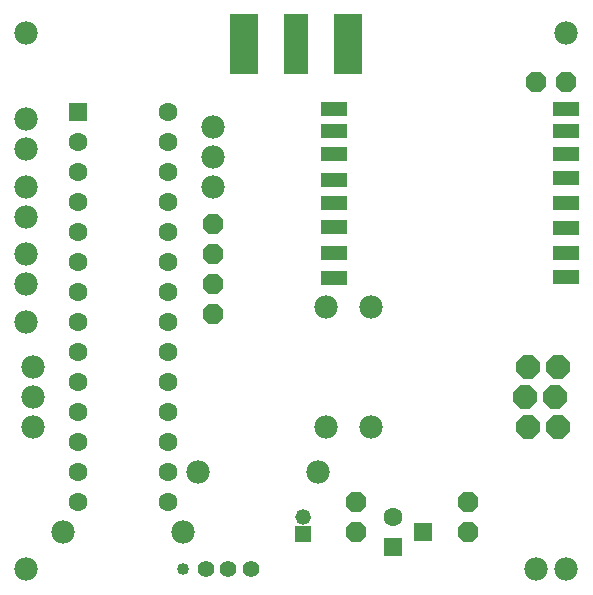
<source format=gts>
G75*
%MOIN*%
%OFA0B0*%
%FSLAX24Y24*%
%IPPOS*%
%LPD*%
%AMOC8*
5,1,8,0,0,1.08239X$1,22.5*
%
%ADD10R,0.0900X0.0460*%
%ADD11C,0.0555*%
%ADD12OC8,0.0780*%
%ADD13C,0.0780*%
%ADD14R,0.0630X0.0630*%
%ADD15C,0.0630*%
%ADD16R,0.0520X0.0520*%
%ADD17C,0.0520*%
%ADD18OC8,0.0670*%
%ADD19R,0.0790X0.2040*%
%ADD20R,0.0940X0.2040*%
%ADD21C,0.0400*%
D10*
X011693Y011643D03*
X011693Y012481D03*
X011693Y013331D03*
X011693Y014118D03*
X011693Y014905D03*
X011693Y015755D03*
X011693Y016543D03*
X011693Y017268D03*
X019430Y017268D03*
X019430Y016543D03*
X019430Y015755D03*
X019430Y014968D03*
X019430Y014118D03*
X019430Y013293D03*
X019430Y012456D03*
X019430Y011668D03*
D11*
X008930Y001930D03*
X008180Y001930D03*
X007430Y001930D03*
D12*
X018080Y007680D03*
X018180Y006680D03*
X019180Y006680D03*
X019080Y007680D03*
X019180Y008680D03*
X018180Y008680D03*
D13*
X001430Y001930D03*
X002680Y003180D03*
X001680Y006680D03*
X001680Y007680D03*
X001680Y008680D03*
X001430Y010180D03*
X001430Y011430D03*
X001430Y012430D03*
X001430Y013680D03*
X001430Y014680D03*
X001430Y015930D03*
X001430Y016930D03*
X001430Y019805D03*
X007680Y016680D03*
X007680Y015680D03*
X007680Y014680D03*
X011430Y010680D03*
X012930Y010680D03*
X012930Y006680D03*
X011430Y006680D03*
X011180Y005180D03*
X007180Y005180D03*
X006680Y003180D03*
X018430Y001930D03*
X019430Y001930D03*
X010430Y019430D03*
X019430Y019805D03*
D14*
X014680Y003180D03*
X013680Y002680D03*
X003180Y017180D03*
D15*
X003180Y016180D03*
X003180Y015180D03*
X003180Y014180D03*
X003180Y013180D03*
X003180Y012180D03*
X003180Y011180D03*
X003180Y010180D03*
X003180Y009180D03*
X003180Y008180D03*
X003180Y007180D03*
X003180Y006180D03*
X003180Y005180D03*
X003180Y004180D03*
X006180Y004180D03*
X006180Y005180D03*
X006180Y006180D03*
X006180Y007180D03*
X006180Y008180D03*
X006180Y009180D03*
X006180Y010180D03*
X006180Y011180D03*
X006180Y012180D03*
X006180Y013180D03*
X006180Y014180D03*
X006180Y015180D03*
X006180Y016180D03*
X006180Y017180D03*
X013680Y003680D03*
D16*
X010680Y003090D03*
D17*
X010680Y003680D03*
D18*
X012430Y003180D03*
X012430Y004180D03*
X016180Y004180D03*
X016180Y003180D03*
X007680Y010430D03*
X007680Y011430D03*
X007680Y012430D03*
X007680Y013430D03*
X018430Y018180D03*
X019430Y018180D03*
D19*
X010430Y019420D03*
D20*
X008690Y019420D03*
X012170Y019420D03*
D21*
X006680Y001930D03*
M02*

</source>
